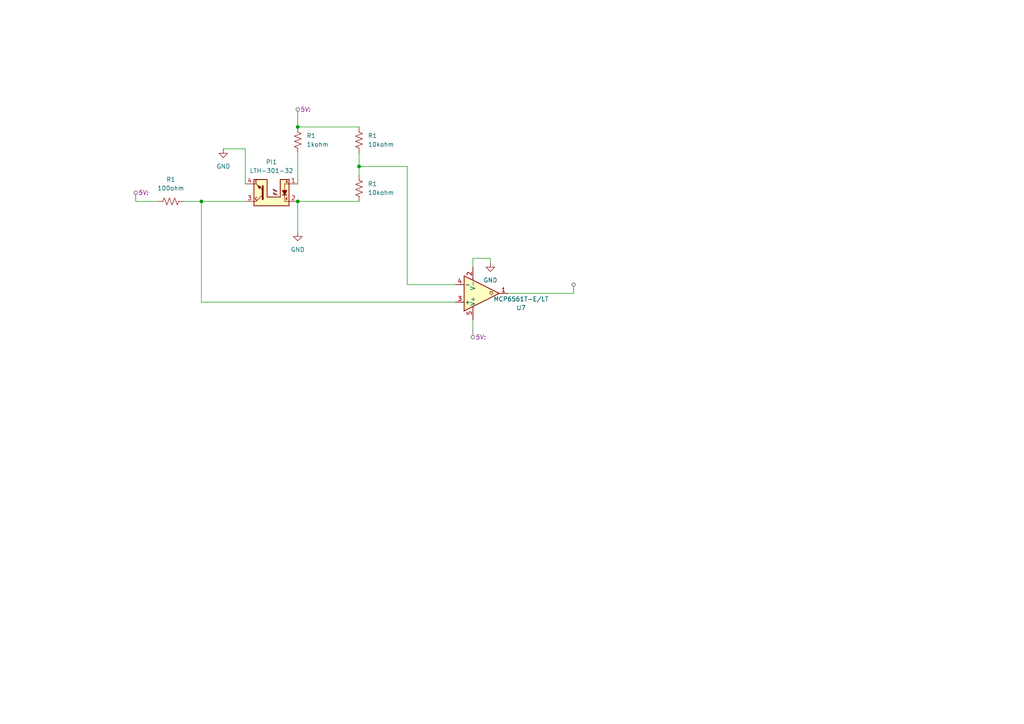
<source format=kicad_sch>
(kicad_sch (version 20230121) (generator eeschema)

  (uuid d788d5e6-86ed-442f-af7b-571e30b3c722)

  (paper "A4")

  (title_block
    (title "PCB:T2")
    (date "2023-12-01")
  )

  (lib_symbols
    (symbol "Comparator:MCP6566" (pin_names (offset 0.127)) (in_bom yes) (on_board yes)
      (property "Reference" "U" (at 0 5.08 0)
        (effects (font (size 1.27 1.27)) (justify left))
      )
      (property "Value" "MCP6566" (at 0 -5.08 0)
        (effects (font (size 1.27 1.27)) (justify left))
      )
      (property "Footprint" "" (at 0 -10.16 0)
        (effects (font (size 1.27 1.27)) hide)
      )
      (property "Datasheet" "http://ww1.microchip.com/downloads/en/DeviceDoc/MCP6566-6R-6U-7-9-1.8V-Low-Power-Open-Drain-Output-Comparator-DS20002143G.pdf" (at 0 0 0)
        (effects (font (size 1.27 1.27)) hide)
      )
      (property "ki_keywords" "cmp collector" (at 0 0 0)
        (effects (font (size 1.27 1.27)) hide)
      )
      (property "ki_description" "Single 1.8V Low-Power Open-Drain Output Comparator, SOT-23-5/SC-70" (at 0 0 0)
        (effects (font (size 1.27 1.27)) hide)
      )
      (property "ki_fp_filters" "SOT?23* *SC*70*" (at 0 0 0)
        (effects (font (size 1.27 1.27)) hide)
      )
      (symbol "MCP6566_0_1"
        (polyline
          (pts
            (xy -5.08 5.08)
            (xy 5.08 0)
            (xy -5.08 -5.08)
            (xy -5.08 5.08)
          )
          (stroke (width 0.254) (type default))
          (fill (type background))
        )
        (polyline
          (pts
            (xy 3.302 -0.508)
            (xy 2.794 -0.508)
            (xy 3.302 0)
            (xy 2.794 0.508)
            (xy 2.286 0)
            (xy 2.794 -0.508)
            (xy 2.286 -0.508)
          )
          (stroke (width 0.127) (type default))
          (fill (type none))
        )
        (pin power_in line (at -2.54 -7.62 90) (length 3.81)
          (name "V-" (effects (font (size 1.27 1.27))))
          (number "2" (effects (font (size 1.27 1.27))))
        )
        (pin power_in line (at -2.54 7.62 270) (length 3.81)
          (name "V+" (effects (font (size 1.27 1.27))))
          (number "5" (effects (font (size 1.27 1.27))))
        )
      )
      (symbol "MCP6566_1_1"
        (pin open_collector line (at 7.62 0 180) (length 2.54)
          (name "~" (effects (font (size 1.27 1.27))))
          (number "1" (effects (font (size 1.27 1.27))))
        )
        (pin input line (at -7.62 2.54 0) (length 2.54)
          (name "+" (effects (font (size 1.27 1.27))))
          (number "3" (effects (font (size 1.27 1.27))))
        )
        (pin input line (at -7.62 -2.54 0) (length 2.54)
          (name "-" (effects (font (size 1.27 1.27))))
          (number "4" (effects (font (size 1.27 1.27))))
        )
      )
    )
    (symbol "Device:R_US" (pin_numbers hide) (pin_names (offset 0)) (in_bom yes) (on_board yes)
      (property "Reference" "R" (at 2.54 0 90)
        (effects (font (size 1.27 1.27)))
      )
      (property "Value" "R_US" (at -2.54 0 90)
        (effects (font (size 1.27 1.27)))
      )
      (property "Footprint" "" (at 1.016 -0.254 90)
        (effects (font (size 1.27 1.27)) hide)
      )
      (property "Datasheet" "~" (at 0 0 0)
        (effects (font (size 1.27 1.27)) hide)
      )
      (property "ki_keywords" "R res resistor" (at 0 0 0)
        (effects (font (size 1.27 1.27)) hide)
      )
      (property "ki_description" "Resistor, US symbol" (at 0 0 0)
        (effects (font (size 1.27 1.27)) hide)
      )
      (property "ki_fp_filters" "R_*" (at 0 0 0)
        (effects (font (size 1.27 1.27)) hide)
      )
      (symbol "R_US_0_1"
        (polyline
          (pts
            (xy 0 -2.286)
            (xy 0 -2.54)
          )
          (stroke (width 0) (type default))
          (fill (type none))
        )
        (polyline
          (pts
            (xy 0 2.286)
            (xy 0 2.54)
          )
          (stroke (width 0) (type default))
          (fill (type none))
        )
        (polyline
          (pts
            (xy 0 -0.762)
            (xy 1.016 -1.143)
            (xy 0 -1.524)
            (xy -1.016 -1.905)
            (xy 0 -2.286)
          )
          (stroke (width 0) (type default))
          (fill (type none))
        )
        (polyline
          (pts
            (xy 0 0.762)
            (xy 1.016 0.381)
            (xy 0 0)
            (xy -1.016 -0.381)
            (xy 0 -0.762)
          )
          (stroke (width 0) (type default))
          (fill (type none))
        )
        (polyline
          (pts
            (xy 0 2.286)
            (xy 1.016 1.905)
            (xy 0 1.524)
            (xy -1.016 1.143)
            (xy 0 0.762)
          )
          (stroke (width 0) (type default))
          (fill (type none))
        )
      )
      (symbol "R_US_1_1"
        (pin passive line (at 0 3.81 270) (length 1.27)
          (name "~" (effects (font (size 1.27 1.27))))
          (number "1" (effects (font (size 1.27 1.27))))
        )
        (pin passive line (at 0 -3.81 90) (length 1.27)
          (name "~" (effects (font (size 1.27 1.27))))
          (number "2" (effects (font (size 1.27 1.27))))
        )
      )
    )
    (symbol "Sensor_Proximity:ITR9608-F" (in_bom yes) (on_board yes)
      (property "Reference" "U" (at -5.08 5.08 0)
        (effects (font (size 1.27 1.27)) (justify left))
      )
      (property "Value" "ITR9608-F" (at 0 -5.08 0)
        (effects (font (size 1.27 1.27)))
      )
      (property "Footprint" "OptoDevice:Everlight_ITR9608-F" (at 0 -6.35 0)
        (effects (font (size 1.27 1.27) italic) hide)
      )
      (property "Datasheet" "https://everlighteurope.com/index.php?controller=attachment&id_attachment=5389" (at -1.27 6.35 0)
        (effects (font (size 1.27 1.27)) hide)
      )
      (property "ki_keywords" "Photointerrupter opto interrupter infrared LED fast response time infrared 940nm 5mm gap" (at 0 0 0)
        (effects (font (size 1.27 1.27)) hide)
      )
      (property "ki_description" "Photointerrupter infrared LED with photo IC, -25 to +85 degree Celsius" (at 0 0 0)
        (effects (font (size 1.27 1.27)) hide)
      )
      (property "ki_fp_filters" "*ITR9608*" (at 0 0 0)
        (effects (font (size 1.27 1.27)) hide)
      )
      (symbol "ITR9608-F_0_0"
        (text "A" (at -4.445 3.175 0)
          (effects (font (size 0.762 0.762)))
        )
        (text "C" (at 4.445 -1.778 0)
          (effects (font (size 0.762 0.762)))
        )
        (text "E" (at 4.445 3.175 0)
          (effects (font (size 0.762 0.762)))
        )
        (text "K" (at -4.445 -1.778 0)
          (effects (font (size 0.762 0.762)))
        )
      )
      (symbol "ITR9608-F_0_1"
        (polyline
          (pts
            (xy -4.445 -0.635)
            (xy -3.175 -0.635)
          )
          (stroke (width 0.254) (type default))
          (fill (type none))
        )
        (polyline
          (pts
            (xy 2.54 -0.635)
            (xy 4.445 -2.54)
          )
          (stroke (width 0) (type default))
          (fill (type none))
        )
        (polyline
          (pts
            (xy 4.445 -2.54)
            (xy 5.08 -2.54)
          )
          (stroke (width 0) (type default))
          (fill (type none))
        )
        (polyline
          (pts
            (xy 4.445 2.54)
            (xy 2.54 0.635)
          )
          (stroke (width 0) (type default))
          (fill (type outline))
        )
        (polyline
          (pts
            (xy 4.445 2.54)
            (xy 5.08 2.54)
          )
          (stroke (width 0) (type default))
          (fill (type none))
        )
        (polyline
          (pts
            (xy -5.08 -2.54)
            (xy -3.81 -2.54)
            (xy -3.81 -0.635)
          )
          (stroke (width 0) (type default))
          (fill (type none))
        )
        (polyline
          (pts
            (xy -5.08 2.54)
            (xy -3.81 2.54)
            (xy -3.81 0.635)
          )
          (stroke (width 0) (type default))
          (fill (type none))
        )
        (polyline
          (pts
            (xy 2.54 -1.905)
            (xy 2.54 1.905)
            (xy 2.54 1.905)
          )
          (stroke (width 0.508) (type default))
          (fill (type none))
        )
        (polyline
          (pts
            (xy -3.81 -0.635)
            (xy -4.445 0.635)
            (xy -3.175 0.635)
            (xy -3.81 -0.635)
          )
          (stroke (width 0.254) (type default))
          (fill (type outline))
        )
        (polyline
          (pts
            (xy -1.778 0.254)
            (xy -1.2446 0.762)
            (xy -1.2446 0.254)
            (xy -0.4826 1.016)
          )
          (stroke (width 0) (type default))
          (fill (type none))
        )
        (polyline
          (pts
            (xy -0.4826 1.016)
            (xy -0.9906 0.762)
            (xy -0.7366 0.508)
            (xy -0.4826 1.016)
          )
          (stroke (width 0) (type default))
          (fill (type none))
        )
        (polyline
          (pts
            (xy 3.048 1.651)
            (xy 3.556 1.143)
            (xy 4.064 2.159)
            (xy 3.048 1.651)
            (xy 3.048 1.651)
          )
          (stroke (width 0) (type default))
          (fill (type outline))
        )
        (polyline
          (pts
            (xy -1.778 -0.762)
            (xy -1.2446 -0.254)
            (xy -1.2446 -0.762)
            (xy -0.4826 0)
            (xy -0.9906 -0.254)
            (xy -0.7366 -0.508)
            (xy -0.4826 0)
          )
          (stroke (width 0) (type default))
          (fill (type none))
        )
        (polyline
          (pts
            (xy -5.08 3.81)
            (xy -5.08 -3.81)
            (xy 5.08 -3.81)
            (xy 5.08 3.81)
            (xy 1.27 3.81)
            (xy 1.27 -1.27)
            (xy -2.54 -1.27)
            (xy -2.54 3.81)
            (xy -5.08 3.81)
          )
          (stroke (width 0.254) (type default))
          (fill (type background))
        )
      )
      (symbol "ITR9608-F_1_1"
        (pin passive line (at -7.62 2.54 0) (length 2.54)
          (name "~" (effects (font (size 1.27 1.27))))
          (number "1" (effects (font (size 1.27 1.27))))
        )
        (pin passive line (at -7.62 -2.54 0) (length 2.54)
          (name "~" (effects (font (size 1.27 1.27))))
          (number "2" (effects (font (size 1.27 1.27))))
        )
        (pin open_collector line (at 7.62 -2.54 180) (length 2.54)
          (name "~" (effects (font (size 1.27 1.27))))
          (number "3" (effects (font (size 1.27 1.27))))
        )
        (pin open_emitter line (at 7.62 2.54 180) (length 2.54)
          (name "~" (effects (font (size 1.27 1.27))))
          (number "4" (effects (font (size 1.27 1.27))))
        )
      )
    )
    (symbol "power:GND" (power) (pin_names (offset 0)) (in_bom yes) (on_board yes)
      (property "Reference" "#PWR" (at 0 -6.35 0)
        (effects (font (size 1.27 1.27)) hide)
      )
      (property "Value" "GND" (at 0 -3.81 0)
        (effects (font (size 1.27 1.27)))
      )
      (property "Footprint" "" (at 0 0 0)
        (effects (font (size 1.27 1.27)) hide)
      )
      (property "Datasheet" "" (at 0 0 0)
        (effects (font (size 1.27 1.27)) hide)
      )
      (property "ki_keywords" "global power" (at 0 0 0)
        (effects (font (size 1.27 1.27)) hide)
      )
      (property "ki_description" "Power symbol creates a global label with name \"GND\" , ground" (at 0 0 0)
        (effects (font (size 1.27 1.27)) hide)
      )
      (symbol "GND_0_1"
        (polyline
          (pts
            (xy 0 0)
            (xy 0 -1.27)
            (xy 1.27 -1.27)
            (xy 0 -2.54)
            (xy -1.27 -1.27)
            (xy 0 -1.27)
          )
          (stroke (width 0) (type default))
          (fill (type none))
        )
      )
      (symbol "GND_1_1"
        (pin power_in line (at 0 0 270) (length 0) hide
          (name "GND" (effects (font (size 1.27 1.27))))
          (number "1" (effects (font (size 1.27 1.27))))
        )
      )
    )
  )

  (junction (at 104.14 48.26) (diameter 0) (color 0 0 0 0)
    (uuid 216f53b9-cbed-440c-9a16-714b175d9507)
  )
  (junction (at 58.42 58.42) (diameter 0) (color 0 0 0 0)
    (uuid 723316da-518e-4fb3-8a5e-224263cbfb86)
  )
  (junction (at 86.36 58.42) (diameter 0) (color 0 0 0 0)
    (uuid a68c4ca6-b16b-47ad-8e0e-4691bd7a123d)
  )
  (junction (at 86.36 36.83) (diameter 0) (color 0 0 0 0)
    (uuid cc83fa98-3314-4d01-b65a-f3ef399a948d)
  )

  (wire (pts (xy 147.32 85.09) (xy 166.37 85.09))
    (stroke (width 0) (type default))
    (uuid 00eca213-6d01-468b-982a-3d1f8319638f)
  )
  (wire (pts (xy 104.14 44.45) (xy 104.14 48.26))
    (stroke (width 0) (type default))
    (uuid 03c8aecc-a87a-4786-b6a9-10d0a88c4494)
  )
  (wire (pts (xy 71.12 53.34) (xy 71.12 43.18))
    (stroke (width 0) (type default))
    (uuid 07fed90b-2c2b-4e06-ad20-50b357454e8d)
  )
  (wire (pts (xy 118.11 48.26) (xy 118.11 82.55))
    (stroke (width 0) (type default))
    (uuid 0e111256-1bed-4a9f-afa8-f23028291501)
  )
  (wire (pts (xy 71.12 43.18) (xy 64.77 43.18))
    (stroke (width 0) (type default))
    (uuid 142b8326-8355-4845-a7c4-888512b4c91a)
  )
  (wire (pts (xy 39.37 58.42) (xy 45.72 58.42))
    (stroke (width 0) (type default))
    (uuid 17ae14bd-975f-468c-b66e-5df790ededb9)
  )
  (wire (pts (xy 118.11 82.55) (xy 132.08 82.55))
    (stroke (width 0) (type default))
    (uuid 243d6839-191a-4478-8639-3e3308065d10)
  )
  (wire (pts (xy 58.42 58.42) (xy 58.42 87.63))
    (stroke (width 0) (type default))
    (uuid 30c89db3-e702-45ac-9001-331a5b849cef)
  )
  (wire (pts (xy 142.24 74.93) (xy 137.16 74.93))
    (stroke (width 0) (type default))
    (uuid 3264275e-b4b8-4071-b817-bca90f4847ab)
  )
  (wire (pts (xy 58.42 58.42) (xy 71.12 58.42))
    (stroke (width 0) (type default))
    (uuid 3c314179-4284-48c1-813b-eaaf9127e284)
  )
  (wire (pts (xy 137.16 74.93) (xy 137.16 77.47))
    (stroke (width 0) (type default))
    (uuid 4fe7174b-6deb-4b98-90e4-b1d61b555ead)
  )
  (wire (pts (xy 132.08 87.63) (xy 58.42 87.63))
    (stroke (width 0) (type default))
    (uuid 668e2214-0c11-4e02-9048-2a044d2af63f)
  )
  (wire (pts (xy 86.36 34.29) (xy 86.36 36.83))
    (stroke (width 0) (type default))
    (uuid 71f1a5b0-f621-45e3-9bb8-33433769cb20)
  )
  (wire (pts (xy 137.16 95.25) (xy 137.16 92.71))
    (stroke (width 0) (type default))
    (uuid 7ba0eb1a-fad6-4c16-8ad5-61b2c667df9f)
  )
  (wire (pts (xy 86.36 44.45) (xy 86.36 53.34))
    (stroke (width 0) (type default))
    (uuid 7f3d09a6-157c-434b-9586-0ab2ce50d790)
  )
  (wire (pts (xy 142.24 76.2) (xy 142.24 74.93))
    (stroke (width 0) (type default))
    (uuid 90985667-c242-469b-b484-f3ba99cd6a3a)
  )
  (wire (pts (xy 118.11 48.26) (xy 104.14 48.26))
    (stroke (width 0) (type default))
    (uuid ad8a112d-0c83-4aaf-bfb1-41082d39f1f8)
  )
  (wire (pts (xy 86.36 58.42) (xy 86.36 67.31))
    (stroke (width 0) (type default))
    (uuid b79c4acc-e75a-43c0-b76a-53446ccc1917)
  )
  (wire (pts (xy 104.14 58.42) (xy 86.36 58.42))
    (stroke (width 0) (type default))
    (uuid bb1d0984-be55-42a4-857b-d1eb774f76a1)
  )
  (wire (pts (xy 104.14 48.26) (xy 104.14 50.8))
    (stroke (width 0) (type default))
    (uuid c96751a5-e3a5-4a6e-a1ca-206b1df16d64)
  )
  (wire (pts (xy 53.34 58.42) (xy 58.42 58.42))
    (stroke (width 0) (type default))
    (uuid eed0777a-7dd5-4911-8dfa-6b0d1a01cc11)
  )
  (wire (pts (xy 86.36 36.83) (xy 104.14 36.83))
    (stroke (width 0) (type default))
    (uuid fd4c8a44-7313-4aaa-8ff4-41ae2bb4a620)
  )

  (netclass_flag "" (length 2.54) (shape round) (at 86.36 34.29 0) (fields_autoplaced)
    (effects (font (size 1.27 1.27)) (justify left bottom))
    (uuid 1bcf33ab-9c43-49d0-9a76-7be202183dfe)
    (property "5V" "" (at 87.0585 31.75 0) (show_name)
      (effects (font (size 1.27 1.27) italic) (justify left))
    )
  )
  (netclass_flag "" (length 2.54) (shape round) (at 166.37 85.09 0) (fields_autoplaced)
    (effects (font (size 1.27 1.27)) (justify left bottom))
    (uuid c35b563e-7a49-43f5-bee8-c654794b8838)
    (property "T2:" "" (at 167.0685 82.55 0) (show_name)
      (effects (font (size 1.27 1.27) italic) (justify left) hide)
    )
  )
  (netclass_flag "" (length 2.54) (shape round) (at 137.16 95.25 180) (fields_autoplaced)
    (effects (font (size 1.27 1.27)) (justify right bottom))
    (uuid dc5b676f-eed3-4d58-8fb6-0bb916f2bc66)
    (property "5V" "" (at 137.8585 97.79 0) (show_name)
      (effects (font (size 1.27 1.27) italic) (justify left))
    )
  )
  (netclass_flag "" (length 2.54) (shape round) (at 39.37 58.42 0) (fields_autoplaced)
    (effects (font (size 1.27 1.27)) (justify left bottom))
    (uuid f756e9a0-d055-437f-859c-8d7d3a7a0c25)
    (property "5V" "" (at 40.0685 55.88 0) (show_name)
      (effects (font (size 1.27 1.27) italic) (justify left))
    )
  )

  (symbol (lib_id "power:GND") (at 64.77 43.18 0) (unit 1)
    (in_bom yes) (on_board yes) (dnp no) (fields_autoplaced)
    (uuid 0bd1e83f-a2e1-417d-bc77-c8378b42b938)
    (property "Reference" "#PWR013" (at 64.77 49.53 0)
      (effects (font (size 1.27 1.27)) hide)
    )
    (property "Value" "GND" (at 64.77 48.26 0)
      (effects (font (size 1.27 1.27)))
    )
    (property "Footprint" "" (at 64.77 43.18 0)
      (effects (font (size 1.27 1.27)) hide)
    )
    (property "Datasheet" "" (at 64.77 43.18 0)
      (effects (font (size 1.27 1.27)) hide)
    )
    (pin "1" (uuid 85da7401-ad41-4cd3-8e04-3a28a5cfe1bc))
    (instances
      (project "Schem1"
        (path "/911b5eb8-7b6c-425b-b090-765c473021df/89303584-90b3-4284-9cfe-6f4b21b3b21a"
          (reference "#PWR013") (unit 1)
        )
        (path "/911b5eb8-7b6c-425b-b090-765c473021df/b373f443-bd5b-4968-bed5-084cb3ea84d6"
          (reference "#PWR015") (unit 1)
        )
        (path "/911b5eb8-7b6c-425b-b090-765c473021df/e431f874-6935-46ad-a10a-9f993e30c3c5"
          (reference "#PWR020") (unit 1)
        )
        (path "/911b5eb8-7b6c-425b-b090-765c473021df/9acc385a-d3a5-4fae-b0ed-cb442c2ec79b"
          (reference "#PWR025") (unit 1)
        )
        (path "/911b5eb8-7b6c-425b-b090-765c473021df/22c79f32-ffde-47ba-9879-6a69d48e7564"
          (reference "#PWR029") (unit 1)
        )
        (path "/911b5eb8-7b6c-425b-b090-765c473021df/2b38aa7d-f3f1-4456-bc92-a9b87e123d6d"
          (reference "#PWR032") (unit 1)
        )
      )
    )
  )

  (symbol (lib_id "power:GND") (at 142.24 76.2 0) (unit 1)
    (in_bom yes) (on_board yes) (dnp no)
    (uuid 4103ae76-970e-40b2-b7bd-51f4e4ea18e5)
    (property "Reference" "#PWR011" (at 142.24 82.55 0)
      (effects (font (size 1.27 1.27)) hide)
    )
    (property "Value" "GND" (at 142.24 81.28 0)
      (effects (font (size 1.27 1.27)))
    )
    (property "Footprint" "" (at 142.24 76.2 0)
      (effects (font (size 1.27 1.27)) hide)
    )
    (property "Datasheet" "" (at 142.24 76.2 0)
      (effects (font (size 1.27 1.27)) hide)
    )
    (pin "1" (uuid e1a99051-b655-4288-a52a-c569d71e206b))
    (instances
      (project "Schem1"
        (path "/911b5eb8-7b6c-425b-b090-765c473021df/89303584-90b3-4284-9cfe-6f4b21b3b21a"
          (reference "#PWR011") (unit 1)
        )
        (path "/911b5eb8-7b6c-425b-b090-765c473021df/b373f443-bd5b-4968-bed5-084cb3ea84d6"
          (reference "#PWR018") (unit 1)
        )
        (path "/911b5eb8-7b6c-425b-b090-765c473021df/e431f874-6935-46ad-a10a-9f993e30c3c5"
          (reference "#PWR023") (unit 1)
        )
        (path "/911b5eb8-7b6c-425b-b090-765c473021df/9acc385a-d3a5-4fae-b0ed-cb442c2ec79b"
          (reference "#PWR028") (unit 1)
        )
        (path "/911b5eb8-7b6c-425b-b090-765c473021df/22c79f32-ffde-47ba-9879-6a69d48e7564"
          (reference "#PWR031") (unit 1)
        )
        (path "/911b5eb8-7b6c-425b-b090-765c473021df/2b38aa7d-f3f1-4456-bc92-a9b87e123d6d"
          (reference "#PWR034") (unit 1)
        )
      )
    )
  )

  (symbol (lib_id "Comparator:MCP6566") (at 139.7 85.09 0) (mirror x) (unit 1)
    (in_bom yes) (on_board yes) (dnp no) (fields_autoplaced)
    (uuid 47a6ac20-37ce-4ef3-8734-e90050d13320)
    (property "Reference" "U7" (at 151.13 89.2809 0)
      (effects (font (size 1.27 1.27)))
    )
    (property "Value" "MCP6561T-E/LT" (at 151.13 86.7409 0)
      (effects (font (size 1.27 1.27)))
    )
    (property "Footprint" "" (at 139.7 74.93 0)
      (effects (font (size 1.27 1.27)) hide)
    )
    (property "Datasheet" "https://ww1.microchip.com/downloads/en/DeviceDoc/MCP6561-1R-1U-2-4-1.8V-Low-Power-Push-Pull-Output-Comparator-DS20002139E.pdf" (at 139.7 85.09 0)
      (effects (font (size 1.27 1.27)) hide)
    )
    (pin "5" (uuid 2763c344-b46c-4632-8d30-b9ac97fe1899))
    (pin "4" (uuid 2bed5281-7aff-49ad-813a-01b46d1b0e16))
    (pin "1" (uuid 07c70581-f0db-4d21-9263-dc0dbb7dd3fa))
    (pin "2" (uuid 04f505f6-a48c-4d63-9a91-a392874811aa))
    (pin "3" (uuid 0a7ba201-2fa2-42b9-b462-750ea2658a26))
    (instances
      (project "Schem1"
        (path "/911b5eb8-7b6c-425b-b090-765c473021df/89303584-90b3-4284-9cfe-6f4b21b3b21a"
          (reference "U7") (unit 1)
        )
        (path "/911b5eb8-7b6c-425b-b090-765c473021df/b373f443-bd5b-4968-bed5-084cb3ea84d6"
          (reference "U9") (unit 1)
        )
        (path "/911b5eb8-7b6c-425b-b090-765c473021df/e431f874-6935-46ad-a10a-9f993e30c3c5"
          (reference "U11") (unit 1)
        )
        (path "/911b5eb8-7b6c-425b-b090-765c473021df/9acc385a-d3a5-4fae-b0ed-cb442c2ec79b"
          (reference "U13") (unit 1)
        )
        (path "/911b5eb8-7b6c-425b-b090-765c473021df/22c79f32-ffde-47ba-9879-6a69d48e7564"
          (reference "U14") (unit 1)
        )
        (path "/911b5eb8-7b6c-425b-b090-765c473021df/2b38aa7d-f3f1-4456-bc92-a9b87e123d6d"
          (reference "U15") (unit 1)
        )
      )
    )
  )

  (symbol (lib_id "Device:R_US") (at 104.14 40.64 0) (unit 1)
    (in_bom yes) (on_board yes) (dnp no) (fields_autoplaced)
    (uuid 5db851cf-968b-46b6-b42d-7115981a4354)
    (property "Reference" "R1" (at 106.68 39.37 0)
      (effects (font (size 1.27 1.27)) (justify left))
    )
    (property "Value" "10kohm" (at 106.68 41.91 0)
      (effects (font (size 1.27 1.27)) (justify left))
    )
    (property "Footprint" "" (at 105.156 40.894 90)
      (effects (font (size 1.27 1.27)) hide)
    )
    (property "Datasheet" "~" (at 104.14 40.64 0)
      (effects (font (size 1.27 1.27)) hide)
    )
    (pin "2" (uuid 593a9bae-8de0-487c-9ec6-7d45fb7bdcb3))
    (pin "1" (uuid 2db52d19-db0b-4321-8dad-ba7d331173af))
    (instances
      (project "Schem1"
        (path "/911b5eb8-7b6c-425b-b090-765c473021df"
          (reference "R1") (unit 1)
        )
        (path "/911b5eb8-7b6c-425b-b090-765c473021df/89303584-90b3-4284-9cfe-6f4b21b3b21a"
          (reference "R8") (unit 1)
        )
        (path "/911b5eb8-7b6c-425b-b090-765c473021df/b373f443-bd5b-4968-bed5-084cb3ea84d6"
          (reference "R15") (unit 1)
        )
        (path "/911b5eb8-7b6c-425b-b090-765c473021df/e431f874-6935-46ad-a10a-9f993e30c3c5"
          (reference "R20") (unit 1)
        )
        (path "/911b5eb8-7b6c-425b-b090-765c473021df/9acc385a-d3a5-4fae-b0ed-cb442c2ec79b"
          (reference "R25") (unit 1)
        )
        (path "/911b5eb8-7b6c-425b-b090-765c473021df/22c79f32-ffde-47ba-9879-6a69d48e7564"
          (reference "R29") (unit 1)
        )
        (path "/911b5eb8-7b6c-425b-b090-765c473021df/2b38aa7d-f3f1-4456-bc92-a9b87e123d6d"
          (reference "R33") (unit 1)
        )
      )
    )
  )

  (symbol (lib_id "Device:R_US") (at 49.53 58.42 90) (unit 1)
    (in_bom yes) (on_board yes) (dnp no) (fields_autoplaced)
    (uuid 6294edeb-ab2b-4864-86fc-dcff4d0afcfa)
    (property "Reference" "R1" (at 49.53 52.07 90)
      (effects (font (size 1.27 1.27)))
    )
    (property "Value" "100ohm" (at 49.53 54.61 90)
      (effects (font (size 1.27 1.27)))
    )
    (property "Footprint" "" (at 49.784 57.404 90)
      (effects (font (size 1.27 1.27)) hide)
    )
    (property "Datasheet" "~" (at 49.53 58.42 0)
      (effects (font (size 1.27 1.27)) hide)
    )
    (pin "2" (uuid d743dd57-752b-431a-bb71-654917813092))
    (pin "1" (uuid c8201026-1760-4b6a-8c59-05f372fe3548))
    (instances
      (project "Schem1"
        (path "/911b5eb8-7b6c-425b-b090-765c473021df"
          (reference "R1") (unit 1)
        )
        (path "/911b5eb8-7b6c-425b-b090-765c473021df/89303584-90b3-4284-9cfe-6f4b21b3b21a"
          (reference "R10") (unit 1)
        )
        (path "/911b5eb8-7b6c-425b-b090-765c473021df/b373f443-bd5b-4968-bed5-084cb3ea84d6"
          (reference "R13") (unit 1)
        )
        (path "/911b5eb8-7b6c-425b-b090-765c473021df/e431f874-6935-46ad-a10a-9f993e30c3c5"
          (reference "R18") (unit 1)
        )
        (path "/911b5eb8-7b6c-425b-b090-765c473021df/9acc385a-d3a5-4fae-b0ed-cb442c2ec79b"
          (reference "R23") (unit 1)
        )
        (path "/911b5eb8-7b6c-425b-b090-765c473021df/22c79f32-ffde-47ba-9879-6a69d48e7564"
          (reference "R27") (unit 1)
        )
        (path "/911b5eb8-7b6c-425b-b090-765c473021df/2b38aa7d-f3f1-4456-bc92-a9b87e123d6d"
          (reference "R31") (unit 1)
        )
      )
    )
  )

  (symbol (lib_id "Device:R_US") (at 104.14 54.61 0) (unit 1)
    (in_bom yes) (on_board yes) (dnp no) (fields_autoplaced)
    (uuid a55df408-a0ab-438e-a09c-4b452b0adbca)
    (property "Reference" "R1" (at 106.68 53.34 0)
      (effects (font (size 1.27 1.27)) (justify left))
    )
    (property "Value" "10kohm" (at 106.68 55.88 0)
      (effects (font (size 1.27 1.27)) (justify left))
    )
    (property "Footprint" "" (at 105.156 54.864 90)
      (effects (font (size 1.27 1.27)) hide)
    )
    (property "Datasheet" "~" (at 104.14 54.61 0)
      (effects (font (size 1.27 1.27)) hide)
    )
    (pin "2" (uuid 5b9750c4-8dd8-4830-828d-1fafecd9088d))
    (pin "1" (uuid e73683da-bdaa-4d9e-83a6-1cfc00906f32))
    (instances
      (project "Schem1"
        (path "/911b5eb8-7b6c-425b-b090-765c473021df"
          (reference "R1") (unit 1)
        )
        (path "/911b5eb8-7b6c-425b-b090-765c473021df/89303584-90b3-4284-9cfe-6f4b21b3b21a"
          (reference "R9") (unit 1)
        )
        (path "/911b5eb8-7b6c-425b-b090-765c473021df/b373f443-bd5b-4968-bed5-084cb3ea84d6"
          (reference "R16") (unit 1)
        )
        (path "/911b5eb8-7b6c-425b-b090-765c473021df/e431f874-6935-46ad-a10a-9f993e30c3c5"
          (reference "R21") (unit 1)
        )
        (path "/911b5eb8-7b6c-425b-b090-765c473021df/9acc385a-d3a5-4fae-b0ed-cb442c2ec79b"
          (reference "R26") (unit 1)
        )
        (path "/911b5eb8-7b6c-425b-b090-765c473021df/22c79f32-ffde-47ba-9879-6a69d48e7564"
          (reference "R30") (unit 1)
        )
        (path "/911b5eb8-7b6c-425b-b090-765c473021df/2b38aa7d-f3f1-4456-bc92-a9b87e123d6d"
          (reference "R34") (unit 1)
        )
      )
    )
  )

  (symbol (lib_id "Sensor_Proximity:ITR9608-F") (at 78.74 55.88 0) (mirror y) (unit 1)
    (in_bom yes) (on_board yes) (dnp no)
    (uuid b5ab6e0c-a2e9-4c4e-97f7-46dc6faafef5)
    (property "Reference" "PI1" (at 78.74 46.99 0)
      (effects (font (size 1.27 1.27)))
    )
    (property "Value" "LTH-301-32" (at 78.74 49.53 0)
      (effects (font (size 1.27 1.27)))
    )
    (property "Footprint" "" (at 78.74 62.23 0)
      (effects (font (size 1.27 1.27) italic) hide)
    )
    (property "Datasheet" "" (at 80.01 49.53 0)
      (effects (font (size 1.27 1.27)) hide)
    )
    (pin "2" (uuid 3f7f3875-9f2e-430a-8efb-ca06d07f083c))
    (pin "3" (uuid a05d33e3-945e-4c34-9652-a936669fada8))
    (pin "4" (uuid 0f8a50a1-4161-4699-918b-f634bf85609b))
    (pin "1" (uuid 7fcf3590-92b9-4a98-9ccb-92ea1eeadcc7))
    (instances
      (project "Schem1"
        (path "/911b5eb8-7b6c-425b-b090-765c473021df"
          (reference "PI1") (unit 1)
        )
        (path "/911b5eb8-7b6c-425b-b090-765c473021df/89303584-90b3-4284-9cfe-6f4b21b3b21a"
          (reference "PI1") (unit 1)
        )
        (path "/911b5eb8-7b6c-425b-b090-765c473021df/b373f443-bd5b-4968-bed5-084cb3ea84d6"
          (reference "PI2") (unit 1)
        )
        (path "/911b5eb8-7b6c-425b-b090-765c473021df/e431f874-6935-46ad-a10a-9f993e30c3c5"
          (reference "PI3") (unit 1)
        )
        (path "/911b5eb8-7b6c-425b-b090-765c473021df/9acc385a-d3a5-4fae-b0ed-cb442c2ec79b"
          (reference "PI4") (unit 1)
        )
        (path "/911b5eb8-7b6c-425b-b090-765c473021df/22c79f32-ffde-47ba-9879-6a69d48e7564"
          (reference "PI5") (unit 1)
        )
        (path "/911b5eb8-7b6c-425b-b090-765c473021df/2b38aa7d-f3f1-4456-bc92-a9b87e123d6d"
          (reference "PI6") (unit 1)
        )
      )
    )
  )

  (symbol (lib_id "Device:R_US") (at 86.36 40.64 0) (unit 1)
    (in_bom yes) (on_board yes) (dnp no) (fields_autoplaced)
    (uuid bf30368b-6a03-4204-af75-7fe6d4fd0371)
    (property "Reference" "R1" (at 88.9 39.37 0)
      (effects (font (size 1.27 1.27)) (justify left))
    )
    (property "Value" "1kohm" (at 88.9 41.91 0)
      (effects (font (size 1.27 1.27)) (justify left))
    )
    (property "Footprint" "" (at 87.376 40.894 90)
      (effects (font (size 1.27 1.27)) hide)
    )
    (property "Datasheet" "~" (at 86.36 40.64 0)
      (effects (font (size 1.27 1.27)) hide)
    )
    (pin "2" (uuid 45c2e5c5-9140-41d9-983a-fb1d80fcc2c0))
    (pin "1" (uuid 13332843-4d4b-4d83-acf9-8b051c122e0f))
    (instances
      (project "Schem1"
        (path "/911b5eb8-7b6c-425b-b090-765c473021df"
          (reference "R1") (unit 1)
        )
        (path "/911b5eb8-7b6c-425b-b090-765c473021df/89303584-90b3-4284-9cfe-6f4b21b3b21a"
          (reference "R7") (unit 1)
        )
        (path "/911b5eb8-7b6c-425b-b090-765c473021df/b373f443-bd5b-4968-bed5-084cb3ea84d6"
          (reference "R14") (unit 1)
        )
        (path "/911b5eb8-7b6c-425b-b090-765c473021df/e431f874-6935-46ad-a10a-9f993e30c3c5"
          (reference "R19") (unit 1)
        )
        (path "/911b5eb8-7b6c-425b-b090-765c473021df/9acc385a-d3a5-4fae-b0ed-cb442c2ec79b"
          (reference "R24") (unit 1)
        )
        (path "/911b5eb8-7b6c-425b-b090-765c473021df/22c79f32-ffde-47ba-9879-6a69d48e7564"
          (reference "R28") (unit 1)
        )
        (path "/911b5eb8-7b6c-425b-b090-765c473021df/2b38aa7d-f3f1-4456-bc92-a9b87e123d6d"
          (reference "R32") (unit 1)
        )
      )
    )
  )

  (symbol (lib_id "power:GND") (at 86.36 67.31 0) (unit 1)
    (in_bom yes) (on_board yes) (dnp no) (fields_autoplaced)
    (uuid e42bc7b8-96ab-4eb7-bdd4-27c5d0ecaae7)
    (property "Reference" "#PWR09" (at 86.36 73.66 0)
      (effects (font (size 1.27 1.27)) hide)
    )
    (property "Value" "GND" (at 86.36 72.39 0)
      (effects (font (size 1.27 1.27)))
    )
    (property "Footprint" "" (at 86.36 67.31 0)
      (effects (font (size 1.27 1.27)) hide)
    )
    (property "Datasheet" "" (at 86.36 67.31 0)
      (effects (font (size 1.27 1.27)) hide)
    )
    (pin "1" (uuid 63cf6c67-e0ab-4665-bf0e-f660758df7bb))
    (instances
      (project "Schem1"
        (path "/911b5eb8-7b6c-425b-b090-765c473021df/89303584-90b3-4284-9cfe-6f4b21b3b21a"
          (reference "#PWR09") (unit 1)
        )
        (path "/911b5eb8-7b6c-425b-b090-765c473021df/b373f443-bd5b-4968-bed5-084cb3ea84d6"
          (reference "#PWR016") (unit 1)
        )
        (path "/911b5eb8-7b6c-425b-b090-765c473021df/e431f874-6935-46ad-a10a-9f993e30c3c5"
          (reference "#PWR021") (unit 1)
        )
        (path "/911b5eb8-7b6c-425b-b090-765c473021df/9acc385a-d3a5-4fae-b0ed-cb442c2ec79b"
          (reference "#PWR026") (unit 1)
        )
        (path "/911b5eb8-7b6c-425b-b090-765c473021df/22c79f32-ffde-47ba-9879-6a69d48e7564"
          (reference "#PWR030") (unit 1)
        )
        (path "/911b5eb8-7b6c-425b-b090-765c473021df/2b38aa7d-f3f1-4456-bc92-a9b87e123d6d"
          (reference "#PWR033") (unit 1)
        )
      )
    )
  )
)

</source>
